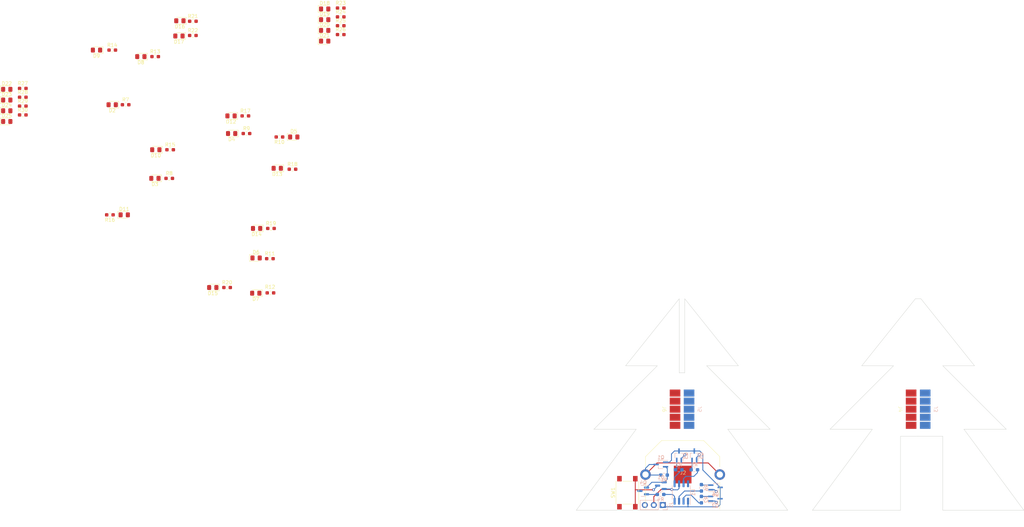
<source format=kicad_pcb>
(kicad_pcb (version 20221018) (generator pcbnew)
  (layers (0 "F.Cu" signal) (31 "B.Cu" signal) (34 "B.Paste" user) (35 "F.Paste" user) (36 "B.SilkS" user "B.Silkscreen") (37 "F.SilkS" user "F.Silkscreen") (38 "B.Mask" user) (39 "F.Mask" user) (44 "Edge.Cuts" user))
  (net 0 "")
  (net 1 "Net-(Q1-G)")
  (net 2 "/Switch_in")
  (net 3 "Net-(D1-K)")
  (net 4 "Net-(D2-K)")
  (net 5 "/LED_Power_1")
  (net 6 "Net-(D3-K)")
  (net 7 "/LED_Power_3")
  (net 8 "Net-(D4-K)")
  (net 9 "Net-(D5-K)")
  (net 10 "Net-(D6-K)")
  (net 11 "Net-(D7-K)")
  (net 12 "Net-(D8-K)")
  (net 13 "Net-(D9-K)")
  (net 14 "Net-(D10-K)")
  (net 15 "/LED_Power_2")
  (net 16 "Net-(D11-K)")
  (net 17 "/LED_Power_4")
  (net 18 "Net-(D12-K)")
  (net 19 "Net-(D13-K)")
  (net 20 "Net-(D14-K)")
  (net 21 "Net-(D15-K)")
  (net 22 "Net-(D16-K)")
  (net 23 "Net-(D17-K)")
  (net 24 "VDD")
  (net 25 "GND")
  (net 26 "+BATT")
  (net 27 "Net-(Q2-G)")
  (net 28 "Net-(Q3-G)")
  (net 29 "Net-(Q4-B)")
  (net 30 "Net-(Q5-G)")
  (net 31 "Net-(Q6-G)")
  (net 32 "/LED_Set_3")
  (net 33 "/LED_Set_1")
  (net 34 "/Power_sustain")
  (net 35 "/LED_Set_2")
  (net 36 "/LED_Set_4")
  (net 37 "Net-(D18-K)")
  (net 38 "Net-(D19-K)")
  (net 39 "Net-(D20-K)")
  (net 40 "Net-(D21-K)")
  (net 41 "Net-(D22-K)")
  (net 42 "Net-(D23-K)")
  (net 43 "Net-(D24-K)")
  (net 44 "Net-(D25-K)")
  (footprint "Resistor_SMD:R_0603_1608Metric_Pad0.98x0.95mm_HandSolder" (layer "F.Cu") (at -78.64 -2.575)
    (fp_text reference "R14" (at 0 -1.43) (layer "F.SilkS"))
    (fp_text value "100")
    (pad "1" smd roundrect (at -0.9125 0) (size 0.975 0.95) (layers "F.Cu" "F.Paste" "F.Mask") (net 13 "Net-(D9-K)"))
    (pad "2" smd roundrect (at 0.9125 0) (size 0.975 0.95) (layers "F.Cu" "F.Paste" "F.Mask") (net 25 "GND"))
  )
  (footprint "LED_SMD:LED_0805_2012Metric_Pad1.15x1.40mm_HandSolder" (layer "F.Cu") (at -18.375 -11.2)
    (fp_text reference "D19" (at 0 -1.65) (layer "F.SilkS"))
    (fp_text value "LED")
    (pad "1" smd roundrect (at -1.025 0) (size 1.15 1.4) (layers "F.Cu" "F.Paste" "F.Mask") (roundrect_rratio 0.217391) (net 38 "Net-(D19-K)"))
    (pad "2" smd roundrect (at 1.025 0) (size 1.15 1.4) (layers "F.Cu" "F.Paste" "F.Mask") (roundrect_rratio 0.217391) (net 15 "/LED_Power_2"))
  )
  (footprint "LED_SMD:LED_0805_2012Metric_Pad1.15x1.40mm_HandSolder" (layer "F.Cu") (at -37.6925 48.025 180)
    (fp_text reference "D14" (at 0 -1.65) (layer "F.SilkS"))
    (fp_text value "LED")
    (pad "1" smd roundrect (at -1.025 0 180) (size 1.15 1.4) (layers "F.Cu" "F.Paste" "F.Mask") (roundrect_rratio 0.217391) (net 20 "Net-(D14-K)"))
    (pad "2" smd roundrect (at 1.025 0 180) (size 1.15 1.4) (layers "F.Cu" "F.Paste" "F.Mask") (roundrect_rratio 0.217391) (net 15 "/LED_Power_2"))
  )
  (footprint "Resistor_SMD:R_0603_1608Metric_Pad0.98x0.95mm_HandSolder" (layer "F.Cu") (at -33.9205 56.601)
    (fp_text reference "R11" (at 0 -1.43) (layer "F.SilkS"))
    (fp_text value "100")
    (pad "1" smd roundrect (at -0.9125 0) (size 0.975 0.95) (layers "F.Cu" "F.Paste" "F.Mask") (net 10 "Net-(D6-K)"))
    (pad "2" smd roundrect (at 0.9125 0) (size 0.975 0.95) (layers "F.Cu" "F.Paste" "F.Mask") (net 25 "GND"))
  )
  (footprint "Resistor_SMD:R_0603_1608Metric_Pad0.98x0.95mm_HandSolder" (layer "F.Cu") (at -13.83 -9.485)
    (fp_text reference "R25" (at 0 -1.43) (layer "F.SilkS"))
    (fp_text value "100")
    (pad "1" smd roundrect (at -0.9125 0) (size 0.975 0.95) (layers "F.Cu" "F.Paste" "F.Mask") (net 39 "Net-(D20-K)"))
    (pad "2" smd roundrect (at 0.9125 0) (size 0.975 0.95) (layers "F.Cu" "F.Paste" "F.Mask") (net 25 "GND"))
  )
  (footprint "LED_SMD:LED_0805_2012Metric_Pad1.15x1.40mm_HandSolder" (layer "F.Cu") (at -50.1295 64.789 180)
    (fp_text reference "D15" (at 0 -1.65) (layer "F.SilkS"))
    (fp_text value "LED")
    (pad "1" smd roundrect (at -1.025 0 180) (size 1.15 1.4) (layers "F.Cu" "F.Paste" "F.Mask") (roundrect_rratio 0.217391) (net 21 "Net-(D15-K)"))
    (pad "2" smd roundrect (at 1.025 0 180) (size 1.15 1.4) (layers "F.Cu" "F.Paste" "F.Mask") (roundrect_rratio 0.217391) (net 17 "/LED_Power_4"))
  )
  (footprint "LED_SMD:LED_0805_2012Metric_Pad1.15x1.40mm_HandSolder" (layer "F.Cu") (at -18.375 -5.12)
    (fp_text reference "D21" (at 0 -1.65) (layer "F.SilkS"))
    (fp_text value "LED")
    (pad "1" smd roundrect (at -1.025 0) (size 1.15 1.4) (layers "F.Cu" "F.Paste" "F.Mask") (roundrect_rratio 0.217391) (net 40 "Net-(D21-K)"))
    (pad "2" smd roundrect (at 1.025 0) (size 1.15 1.4) (layers "F.Cu" "F.Paste" "F.Mask") (roundrect_rratio 0.217391) (net 7 "/LED_Power_3"))
  )
  (footprint "LED_SMD:LED_0805_2012Metric_Pad1.15x1.40mm_HandSolder" (layer "F.Cu") (at -59.726 -6.571 180)
    (fp_text reference "D17" (at 0 -1.65) (layer "F.SilkS"))
    (fp_text value "LED")
    (pad "1" smd roundrect (at -1.025 0 180) (size 1.15 1.4) (layers "F.Cu" "F.Paste" "F.Mask") (roundrect_rratio 0.217391) (net 23 "Net-(D17-K)"))
    (pad "2" smd roundrect (at 1.025 0 180) (size 1.15 1.4) (layers "F.Cu" "F.Paste" "F.Mask") (roundrect_rratio 0.217391) (net 17 "/LED_Power_4"))
  )
  (footprint "Resistor_SMD:R_0603_1608Metric_Pad0.98x0.95mm_HandSolder" (layer "F.Cu") (at -62.4785 33.825)
    (fp_text reference "R8" (at 0 -1.43) (layer "F.SilkS"))
    (fp_text value "100")
    (pad "1" smd roundrect (at -0.9125 0) (size 0.975 0.95) (layers "F.Cu" "F.Paste" "F.Mask") (net 6 "Net-(D3-K)"))
    (pad "2" smd roundrect (at 0.9125 0) (size 0.975 0.95) (layers "F.Cu" "F.Paste" "F.Mask") (net 25 "GND"))
  )
  (footprint "Resistor_SMD:R_0603_1608Metric_Pad0.98x0.95mm_HandSolder" (layer "F.Cu") (at -13.83 -6.975)
    (fp_text reference "R26" (at 0 -1.43) (layer "F.SilkS"))
    (fp_text value "100")
    (pad "1" smd roundrect (at -0.9125 0) (size 0.975 0.95) (layers "F.Cu" "F.Paste" "F.Mask") (net 40 "Net-(D21-K)"))
    (pad "2" smd roundrect (at 0.9125 0) (size 0.975 0.95) (layers "F.Cu" "F.Paste" "F.Mask") (net 25 "GND"))
  )
  (footprint "LED_SMD:LED_0805_2012Metric_Pad1.15x1.40mm_HandSolder" (layer "F.Cu") (at -44.773 21.101 180)
    (fp_text reference "D4" (at 0 -1.65) (layer "F.SilkS"))
    (fp_text value "LED")
    (pad "1" smd roundrect (at -1.025 0 180) (size 1.15 1.4) (layers "F.Cu" "F.Paste" "F.Mask") (roundrect_rratio 0.217391) (net 8 "Net-(D4-K)"))
    (pad "2" smd roundrect (at 1.025 0 180) (size 1.15 1.4) (layers "F.Cu" "F.Paste" "F.Mask") (roundrect_rratio 0.217391) (net 5 "/LED_Power_1"))
  )
  (footprint "Resistor_SMD:R_0603_1608Metric_Pad0.98x0.95mm_HandSolder" (layer "F.Cu") (at -104.03 8.295)
    (fp_text reference "R27" (at 0 -1.43) (layer "F.SilkS"))
    (fp_text value "100")
    (pad "1" smd roundrect (at -0.9125 0) (size 0.975 0.95) (layers "F.Cu" "F.Paste" "F.Mask") (net 41 "Net-(D22-K)"))
    (pad "2" smd roundrect (at 0.9125 0) (size 0.975 0.95) (layers "F.Cu" "F.Paste" "F.Mask") (net 25 "GND"))
  )
  (footprint "Resistor_SMD:R_0603_1608Metric_Pad0.98x0.95mm_HandSolder" (layer "F.Cu") (at -33.6195 48.025)
    (fp_text reference "R19" (at 0 -1.43) (layer "F.SilkS"))
    (fp_text value "100")
    (pad "1" smd roundrect (at -0.9125 0) (size 0.975 0.95) (layers "F.Cu" "F.Paste" "F.Mask") (net 20 "Net-(D14-K)"))
    (pad "2" smd roundrect (at 0.9125 0) (size 0.975 0.95) (layers "F.Cu" "F.Paste" "F.Mask") (net 25 "GND"))
  )
  (footprint "Resistor_SMD:R_0603_1608Metric_Pad0.98x0.95mm_HandSolder" (layer "F.Cu") (at -79.313 44.171 180)
    (fp_text reference "R16" (at 0 -1.43) (layer "F.SilkS"))
    (fp_text value "100")
    (pad "1" smd roundrect (at -0.9125 0 180) (size 0.975 0.95) (layers "F.Cu" "F.Paste" "F.Mask") (net 16 "Net-(D11-K)"))
    (pad "2" smd roundrect (at 0.9125 0 180) (size 0.975 0.95) (layers "F.Cu" "F.Paste" "F.Mask") (net 25 "GND"))
  )
  (footprint "LED_SMD:LED_0805_2012Metric_Pad1.15x1.40mm_HandSolder" (layer "F.Cu") (at -108.575 11.6)
    (fp_text reference "D23" (at 0 -1.65) (layer "F.SilkS"))
    (fp_text value "LED")
    (pad "1" smd roundrect (at -1.025 0) (size 1.15 1.4) (layers "F.Cu" "F.Paste" "F.Mask") (roundrect_rratio 0.217391) (net 42 "Net-(D23-K)"))
    (pad "2" smd roundrect (at 1.025 0) (size 1.15 1.4) (layers "F.Cu" "F.Paste" "F.Mask") (roundrect_rratio 0.217391) (net 7 "/LED_Power_3"))
  )
  (footprint "LED_SMD:LED_0805_2012Metric_Pad1.15x1.40mm_HandSolder" (layer "F.Cu") (at -75.249 44.171)
    (fp_text reference "D11" (at 0 -1.65) (layer "F.SilkS"))
    (fp_text value "LED")
    (pad "1" smd roundrect (at -1.025 0) (size 1.15 1.4) (layers "F.Cu" "F.Paste" "F.Mask") (roundrect_rratio 0.217391) (net 16 "Net-(D11-K)"))
    (pad "2" smd roundrect (at 1.025 0) (size 1.15 1.4) (layers "F.Cu" "F.Paste" "F.Mask") (roundrect_rratio 0.217391) (net 17 "/LED_Power_4"))
  )
  (footprint "LED_SMD:LED_0805_2012Metric_Pad1.15x1.40mm_HandSolder" (layer "F.Cu") (at -37.834 56.407)
    (fp_text reference "D6" (at 0 -1.65) (layer "F.SilkS"))
    (fp_text value "LED")
    (pad "1" smd roundrect (at -1.025 0) (size 1.15 1.4) (layers "F.Cu" "F.Paste" "F.Mask") (roundrect_rratio 0.217391) (net 10 "Net-(D6-K)"))
    (pad "2" smd roundrect (at 1.025 0) (size 1.15 1.4) (layers "F.Cu" "F.Paste" "F.Mask") (roundrect_rratio 0.217391) (net 5 "/LED_Power_1"))
  )
  (footprint "LED_SMD:LED_0805_2012Metric_Pad1.15x1.40mm_HandSolder" (layer "F.Cu") (at -66.5425 33.825 180)
    (fp_text reference "D3" (at 0 -1.65) (layer "F.SilkS"))
    (fp_text value "LED")
    (pad "1" smd roundrect (at -1.025 0 180) (size 1.15 1.4) (layers "F.Cu" "F.Paste" "F.Mask") (roundrect_rratio 0.217391) (net 6 "Net-(D3-K)"))
    (pad "2" smd roundrect (at 1.025 0 180) (size 1.15 1.4) (layers "F.Cu" "F.Paste" "F.Mask") (roundrect_rratio 0.217391) (net 7 "/LED_Power_3"))
  )
  (footprint "LED_SMD:LED_0805_2012Metric_Pad1.15x1.40mm_HandSolder" (layer "F.Cu") (at -66.2885 25.697 180)
    (fp_text reference "D10" (at 0 -1.65) (layer "F.SilkS"))
    (fp_text value "LED")
    (pad "1" smd roundrect (at -1.025 0 180) (size 1.15 1.4) (layers "F.Cu" "F.Paste" "F.Mask") (roundrect_rratio 0.217391) (net 14 "Net-(D10-K)"))
    (pad "2" smd roundrect (at 1.025 0 180) (size 1.15 1.4) (layers "F.Cu" "F.Paste" "F.Mask") (roundrect_rratio 0.217391) (net 15 "/LED_Power_2"))
  )
  (footprint "LocalFootprintLib:Multi_board_connector" (layer "F.Cu") (at 81.28 99.314 -90)
    (fp_text reference "J6" (at 0 3.302 -90 unlocked) (layer "F.SilkS") (effects (font (thickness 0.1))))
    (fp_text value "Conn_01x05_Pin")
    (pad "1" smd rect (at -4.572 0.254 180) (size 3 2) (layers "F.Cu" "F.Paste" "F.Mask") (net 5 "/LED_Power_1"))
    (pad "2" smd rect (at -2.286 0.254 180) (size 3 2) (layers "F.Cu" "F.Paste" "F.Mask") (net 15 "/LED_Power_2"))
    (pad "3" smd rect (at 0 0.254 180) (size 3 2) (layers "F.Cu" "F.Paste" "F.Mask") (net 7 "/LED_Power_3"))
    (pad "4" smd rect (at 2.286 0.254 180) (size 3 2) (layers "F.Cu" "F.Paste" "F.Mask") (net 17 "/LED_Power_4"))
    (pad "5" smd rect (at 4.572 0.254 180) (size 3 2) (layers "F.Cu" "F.Paste" "F.Mask") (net 25 "GND"))
  )
  (footprint "Resistor_SMD:R_0603_1608Metric_Pad0.98x0.95mm_HandSolder" (layer "F.Cu") (at -104.03 13.315)
    (fp_text reference "R29" (at 0 -1.43) (layer "F.SilkS"))
    (fp_text value "100")
    (pad "1" smd roundrect (at -0.9125 0) (size 0.975 0.95) (layers "F.Cu" "F.Paste" "F.Mask") (net 43 "Net-(D24-K)"))
    (pad "2" smd roundrect (at 0.9125 0) (size 0.975 0.95) (layers "F.Cu" "F.Paste" "F.Mask") (net 25 "GND"))
  )
  (footprint "Resistor_SMD:R_0603_1608Metric_Pad0.98x0.95mm_HandSolder" (layer "F.Cu") (at -46.0655 64.789)
    (fp_text reference "R20" (at 0 -1.43) (layer "F.SilkS"))
    (fp_text value "100")
    (pad "1" smd roundrect (at -0.9125 0) (size 0.975 0.95) (layers "F.Cu" "F.Paste" "F.Mask") (net 21 "Net-(D15-K)"))
    (pad "2" smd roundrect (at 0.9125 0) (size 0.975 0.95) (layers "F.Cu" "F.Paste" "F.Mask") (net 25 "GND"))
  )
  (footprint "Resistor_SMD:R_0603_1608Metric_Pad0.98x0.95mm_HandSolder" (layer "F.Cu") (at -13.83 -11.995)
    (fp_text reference "R24" (at 0 -1.43) (layer "F.SilkS"))
    (fp_text value "100")
    (pad "1" smd roundrect (at -0.9125 0) (size 0.975 0.95) (layers "F.Cu" "F.Paste" "F.Mask") (net 38 "Net-(D19-K)"))
    (pad "2" smd roundrect (at 0.9125 0) (size 0.975 0.95) (layers "F.Cu" "F.Paste" "F.Mask") (net 25 "GND"))
  )
  (footprint "Resistor_SMD:R_0603_1608Metric_Pad0.98x0.95mm_HandSolder" (layer "F.Cu") (at -33.77 66.313)
    (fp_text reference "R12" (at -0.1035 -1.688) (layer "F.SilkS"))
    (fp_text value "100")
    (pad "1" smd roundrect (at -0.9125 0) (size 0.975 0.95) (layers "F.Cu" "F.Paste" "F.Mask") (net 11 "Net-(D7-K)"))
    (pad "2" smd roundrect (at 0.9125 0) (size 0.975 0.95) (layers "F.Cu" "F.Paste" "F.Mask") (net 25 "GND"))
  )
  (footprint "LED_SMD:LED_0805_2012Metric_Pad1.15x1.40mm_HandSolder" (layer "F.Cu") (at -27.151 22.081)
    (fp_text reference "D5" (at 0 -1.65) (layer "F.SilkS"))
    (fp_text value "LED")
    (pad "1" smd roundrect (at -1.025 0) (size 1.15 1.4) (layers "F.Cu" "F.Paste" "F.Mask") (roundrect_rratio 0.217391) (net 9 "Net-(D5-K)"))
    (pad "2" smd roundrect (at 1.025 0) (size 1.15 1.4) (layers "F.Cu" "F.Paste" "F.Mask") (roundrect_rratio 0.217391) (net 7 "/LED_Power_3"))
  )
  (footprint "LED_SMD:LED_0805_2012Metric_Pad1.15x1.40mm_HandSolder" (layer "F.Cu") (at -108.575 14.64)
    (fp_text reference "D24" (at 0 -1.65) (layer "F.SilkS"))
    (fp_text value "LED")
    (pad "1" smd roundrect (at -1.025 0) (size 1.15 1.4) (layers "F.Cu" "F.Paste" "F.Mask") (roundrect_rratio 0.217391) (net 43 "Net-(D24-K)"))
    (pad "2" smd roundrect (at 1.025 0) (size 1.15 1.4) (layers "F.Cu" "F.Paste" "F.Mask") (roundrect_rratio 0.217391) (net 17 "/LED_Power_4"))
  )
  (footprint "LED_SMD:LED_0805_2012Metric_Pad1.15x1.40mm_HandSolder" (layer "F.Cu") (at -83.1175 -2.575 180)
    (fp_text reference "D9" (at 0 -1.65) (layer "F.SilkS"))
    (fp_text value "LED")
    (pad "1" smd roundrect (at -1.025 0 180) (size 1.15 1.4) (layers "F.Cu" "F.Paste" "F.Mask") (roundrect_rratio 0.217391) (net 13 "Net-(D9-K)"))
    (pad "2" smd roundrect (at 1.025 0 180) (size 1.15 1.4) (layers "F.Cu" "F.Paste" "F.Mask") (roundrect_rratio 0.217391) (net 7 "/LED_Power_3"))
  )
  (footprint "Resistor_SMD:R_0603_1608Metric_Pad0.98x0.95mm_HandSolder" (layer "F.Cu") (at -31.215 22.081 180)
    (fp_text reference "R10" (at 0 -1.43) (layer "F.SilkS"))
    (fp_text value "100")
    (pad "1" smd roundrect (at -0.9125 0 180) (size 0.975 0.95) (layers "F.Cu" "F.Paste" "F.Mask") (net 9 "Net-(D5-K)"))
    (pad "2" smd roundrect (at 0.9125 0 180) (size 0.975 0.95) (layers "F.Cu" "F.Paste" "F.Mask") (net 25 "GND"))
  )
  (footprint "LED_SMD:LED_0805_2012Metric_Pad1.15x1.40mm_HandSolder" (layer "F.Cu") (at -31.8355 30.971 180)
    (fp_text reference "D13" (at 0 -1.65) (layer "F.SilkS"))
    (fp_text value "LED")
    (pad "1" smd roundrect (at -1.025 0 180) (size 1.15 1.4) (layers "F.Cu" "F.Paste" "F.Mask") (roundrect_rratio 0.217391) (net 19 "Net-(D13-K)"))
    (pad "2" smd roundrect (at 1.025 0 180) (size 1.15 1.4) (layers "F.Cu" "F.Paste" "F.Mask") (roundrect_rratio 0.217391) (net 17 "/LED_Power_4"))
  )
  (footprint "LED_SMD:LED_0805_2012Metric_Pad1.15x1.40mm_HandSolder" (layer "F.Cu") (at -37.9285 66.403 180)
    (fp_text reference "D7" (at 0 -1.65) (layer "F.SilkS"))
    (fp_text value "LED")
    (pad "1" smd roundrect (at -1.025 0 180) (size 1.15 1.4) (layers "F.Cu" "F.Paste" "F.Mask") (roundrect_rratio 0.217391) (net 11 "Net-(D7-K)"))
    (pad "2" smd roundrect (at 1.025 0 180) (size 1.15 1.4) (layers "F.Cu" "F.Paste" "F.Mask") (roundrect_rratio 0.217391) (net 7 "/LED_Power_3"))
  )
  (footprint "Resistor_SMD:R_0603_1608Metric_Pad0.98x0.95mm_HandSolder" (layer "F.Cu") (at -62.2245 25.697)
    (fp_text reference "R15" (at 0 -1.43) (layer "F.SilkS"))
    (fp_text value "100")
    (pad "1" smd roundrect (at -0.9125 0) (size 0.975 0.95) (layers "F.Cu" "F.Paste" "F.Mask") (net 14 "Net-(D10-K)"))
    (pad "2" smd roundrect (at 0.9125 0) (size 0.975 0.95) (layers "F.Cu" "F.Paste" "F.Mask") (net 25 "GND"))
  )
  (footprint "Resistor_SMD:R_0603_1608Metric_Pad0.98x0.95mm_HandSolder" (layer "F.Cu") (at -27.5175 31.225)
    (fp_text reference "R18" (at 0 -1.43) (layer "F.SilkS"))
    (fp_text value "100")
    (pad "1" smd roundrect (at -0.9125 0) (size 0.975 0.95) (layers "F.Cu" "F.Paste" "F.Mask") (net 19 "Net-(D13-K)"))
    (pad "2" smd roundrect (at 0.9125 0) (size 0.975 0.95) (layers "F.Cu" "F.Paste" "F.Mask") (net 25 "GND"))
  )
  (footprint "LED_SMD:LED_0805_2012Metric_Pad1.15x1.40mm_HandSolder" (layer "F.Cu") (at -70.5355 -0.729 180)
    (fp_text reference "D8" (at 0 -1.65) (layer "F.SilkS"))
    (fp_text value "LED")
    (pad "1" smd roundrect (at -1.025 0 180) (size 1.15 1.4) (layers "F.Cu" "F.Paste" "F.Mask") (roundrect_rratio 0.217391) (net 12 "Net-(D8-K)"))
    (pad "2" smd roundrect (at 1.025 0 180) (size 1.15 1.4) (layers "F.Cu" "F.Paste" "F.Mask") (roundrect_rratio 0.217391) (net 5 "/LED_Power_1"))
  )
  (footprint "Resistor_SMD:R_0603_1608Metric_Pad0.98x0.95mm_HandSolder" (layer "F.Cu") (at -55.7805 -6.721)
    (fp_text reference "R22" (at 0 -1.43) (layer "F.SilkS"))
    (fp_text value "100")
    (pad "1" smd roundrect (at -0.9125 0) (size 0.975 0.95) (layers "F.Cu" "F.Paste" "F.Mask") (net 23 "Net-(D17-K)"))
    (pad "2" smd roundrect (at 0.9125 0) (size 0.975 0.95) (layers "F.Cu" "F.Paste" "F.Mask") (net 25 "GND"))
  )
  (footprint "LED_SMD:LED_0805_2012Metric_Pad1.15x1.40mm_HandSolder" (layer "F.Cu") (at -59.463 -10.889 180)
    (fp_text reference "D16" (at 0 -1.65) (layer "F.SilkS"))
    (fp_text value "LED")
    (pad "1" smd roundrect (at -1.025 0 180) (size 1.15 1.4) (layers "F.Cu" "F.Paste" "F.Mask") (roundrect_rratio 0.217391) (net 22 "Net-(D16-K)"))
    (pad "2" smd roundrect (at 1.025 0 180) (size 1.15 1.4) (layers "F.Cu" "F.Paste" "F.Mask") (roundrect_rratio 0.217391) (net 15 "/LED_Power_2"))
  )
  (footprint "LED_SMD:LED_0805_2012Metric_Pad1.15x1.40mm_HandSolder" (layer "F.Cu") (at -44.948 16.101 180)
    (fp_text reference "D12" (at 0 -1.65) (layer "F.SilkS"))
    (fp_text value "LED")
    (pad "1" smd roundrect (at -1.025 0 180) (size 1.15 1.4) (layers "F.Cu" "F.Paste" "F.Mask") (roundrect_rratio 0.217391) (net 18 "Net-(D12-K)"))
    (pad "2" smd roundrect (at 1.025 0 180) (size 1.15 1.4) (layers "F.Cu" "F.Paste" "F.Mask") (roundrect_rratio 0.217391) (net 15 "/LED_Power_2"))
  )
  (footprint "Resistor_SMD:R_0603_1608Metric_Pad0.98x0.95mm_HandSolder" (layer "F.Cu") (at -66.4715 -0.729)
    (fp_text reference "R13" (at 0 -1.43) (layer "F.SilkS"))
    (fp_text value "100")
    (pad "1" smd roundrect (at -0.9125 0) (size 0.975 0.95) (layers "F.Cu" "F.Paste" "F.Mask") (net 12 "Net-(D8-K)"))
    (pad "2" smd roundrect (at 0.9125 0) (size 0.975 0.95) (layers "F.Cu" "F.Paste" "F.Mask") (net 25 "GND"))
  )
  (footprint "Resistor_SMD:R_0603_1608Metric_Pad0.98x0.95mm_HandSolder" (layer "F.Cu") (at -74.8535 12.929)
    (fp_text reference "R7" (at 0 -1.43) (layer "F.SilkS"))
    (fp_text value "100")
    (pad "1" smd roundrect (at -0.9125 0) (size 0.975 0.95) (layers "F.Cu" "F.Paste" "F.Mask") (net 4 "Net-(D2-K)"))
    (pad "2" smd roundrect (at 0.9125 0) (size 0.975 0.95) (layers "F.Cu" "F.Paste" "F.Mask") (net 25 "GND"))
  )
  (footprint "LED_SMD:LED_0805_2012Metric_Pad1.15x1.40mm_HandSolder" (layer "F.Cu") (at -18.375 -14.24)
    (fp_text reference "D18" (at 0 -1.65) (layer "F.SilkS"))
    (fp_text value "LED")
    (pad "1" smd roundrect (at -1.025 0) (size 1.15 1.4) (layers "F.Cu" "F.Paste" "F.Mask") (roundrect_rratio 0.217391) (net 37 "Net-(D18-K)"))
    (pad "2" smd roundrect (at 1.025 0) (size 1.15 1.4) (layers "F.Cu" "F.Paste" "F.Mask") (roundrect_rratio 0.217391) (net 5 "/LED_Power_1"))
  )
  (footprint "Resistor_SMD:R_0603_1608Metric_Pad0.98x0.95mm_HandSolder" (layer "F.Cu") (at -40.5675 21.101)
    (fp_text reference "R9" (at 0 -1.43) (layer "F.SilkS"))
    (fp_text value "100")
    (pad "1" smd roundrect (at -0.9125 0) (size 0.975 0.95) (layers "F.Cu" "F.Paste" "F.Mask") (net 8 "Net-(D4-K)"))
    (pad "2" smd roundrect (at 0.9125 0) (size 0.975 0.95) (layers "F.Cu" "F.Paste" "F.Mask") (net 25 "GND"))
  )
  (footprint "LED_SMD:LED_0805_2012Metric_Pad1.15x1.40mm_HandSolder" (layer "F.Cu") (at -18.375 -8.16)
    (fp_text reference "D20" (at 0 -1.65) (layer "F.SilkS"))
    (fp_text value "LED")
    (pad "1" smd roundrect (at -1.025 0) (size 1.15 1.4) (layers "F.Cu" "F.Paste" "F.Mask") (roundrect_rratio 0.217391) (net 39 "Net-(D20-K)"))
    (pad "2" smd roundrect (at 1.025 0) (size 1.15 1.4) (layers "F.Cu" "F.Paste" "F.Mask") (roundrect_rratio 0.217391) (net 17 "/LED_Power_4"))
  )
  (footprint "LocalFootprintLib:BC-2002" (layer "F.Cu") (at 83.185 117.856)
    (fp_text reference "J2" (at 0.127 -0.5 unlocked) (layer "F.SilkS") (effects (font (thickness 0.1))))
    (fp_text value "CR2032")
    (pad "1" thru_hole circle (at -10.541 0 90) (size 3 3) (drill 1.8) (layers "*.Cu" "*.Mask") (net 26 "+BATT"))
    (pad "1" thru_hole circle (at 10.541 0 90) (size 3 3) (drill 1.8) (layers "*.Cu" "*.Mask") (net 26 "+BATT"))
    (pad "2" smd rect (at 0 0) (size 5 5) (layers "F.Cu" "F.Paste" "F.Mask") (net 25 "GND"))
  )
  (footprint "LED_SMD:LED_0805_2012Metric_Pad1.15x1.40mm_HandSolder" (layer "F.Cu") (at -78.6635 12.929 180)
    (fp_text reference "D2" (at 0 -1.65) (layer "F.SilkS"))
    (fp_text value "LED")
    (pad "1" smd roundrect (at -1.025 0 180) (size 1.15 1.4) (layers "F.Cu" "F.Paste" "F.Mask") (roundrect_rratio 0.217391) (net 4 "Net-(D2-K)"))
    (pad "2" smd roundrect (at 1.025 0 180) (size 1.15 1.4) (layers "F.Cu" "F.Paste" "F.Mask") (roundrect_rratio 0.217391) (net 5 "/LED_Power_1"))
  )
  (footprint "Resistor_SMD:R_0603_1608Metric_Pad0.98x0.95mm_HandSolder" (layer "F.Cu") (at -104.03 10.805)
    (fp_text reference "R28" (at 0 -1.43) (layer "F.SilkS"))
    (fp_text value "100")
    (pad "1" smd roundrect (at -0.9125 0) (size 0.975 0.95) (layers "F.Cu" "F.Paste" "F.Mask") (net 42 "Net-(D23-K)"))
    (pad "2" smd roundrect (at 0.9125 0) (size 0.975 0.95) (layers "F.Cu" "F.Paste" "F.Mask") (net 25 "GND"))
  )
  (footprint "LED_SMD:LED_0805_2012Metric_Pad1.15x1.40mm_HandSolder" (layer "F.Cu") (at -108.575 8.56)
    (fp_text reference "D22" (at 0 -1.65) (layer "F.SilkS"))
    (fp_text value "LED")
    (pad "1" smd roundrect (at -1.025 0) (size 1.15 1.4) (layers "F.Cu" "F.Paste" "F.Mask") (roundrect_rratio 0.217391) (net 41 "Net-(D22-K)"))
    (pad "2" smd roundrect (at 1.025 0) (size 1.15 1.4) (layers "F.Cu" "F.Paste" "F.Mask") (roundrect_rratio 0.217391) (net 5 "/LED_Power_1"))
  )
  (footprint "Resistor_SMD:R_0603_1608Metric_Pad0.98x0.95mm_HandSolder" (layer "F.Cu") (at -104.03 15.825)
    (fp_text reference "R30" (at 0 -1.43) (layer "F.SilkS"))
    (fp_text value "100")
    (pad "1" smd roundrect (at -0.9125 0) (size 0.975 0.95) (layers "F.Cu" "F.Paste" "F.Mask") (net 44 "Net-(D25-K)"))
    (pad "2" smd roundrect (at 0.9125 0) (size 0.975 0.95) (layers "F.Cu" "F.Paste" "F.Mask") (net 25 "GND"))
  )
  (footprint "Resistor_SMD:R_0603_1608Metric_Pad0.98x0.95mm_HandSolder" (layer "F.Cu") (at -40.884 16.101)
    (fp_text reference "R17" (at 0 -1.43) (layer "F.SilkS"))
    (fp_text value "100")
    (pad "1" smd roundrect (at -0.9125 0) (size 0.975 0.95) (layers "F.Cu" "F.Paste" "F.Mask") (net 18 "Net-(D12-K)"))
    (pad "2" smd roundrect (at 0.9125 0) (size 0.975 0.95) (layers "F.Cu" "F.Paste" "F.Mask") (net 25 "GND"))
  )
  (footprint "LocalFootprintLib:Multi_board_connector" (layer "F.Cu") (at 148.254 99.314 -90)
    (fp_text reference "J4" (at 0 3.302 -90 unlocked) (layer "F.SilkS") (effects (font (thickness 0.1))))
    (fp_text value "Conn_01x05_Pin")
    (pad "1" smd rect (at -4.572 0.254 180) (size 3 2) (layers "F.Cu" "F.Paste" "F.Mask") (net 5 "/LED_Power_1"))
    (pad "2" smd rect (at -2.286 0.254 180) (size 3 2) (layers "F.Cu" "F.Paste" "F.Mask") (net 15 "/LED_Power_2"))
    (pad "3" smd rect (at 0 0.254 180) (size 3 2) (layers "F.Cu" "F.Paste" "F.Mask") (net 7 "/LED_Power_3"))
    (pad "4" smd rect (at 2.286 0.254 180) (size 3 2) (layers "F.Cu" "F.Paste" "F.Mask") (net 17 "/LED_Power_4"))
    (pad "5" smd rect (at 4.572 0.254 180) (size 3 2) (layers "F.Cu" "F.Paste" "F.Mask") (net 25 "GND"))
  )
  (footprint "Button_Switch_SMD:SW_Push_1P1T_NO_6x6mm_H9.5mm" (layer "F.Cu") (at 67.5 123 90)
    (fp_text reference "SW1" (at 0 -4.05 90) (layer "F.SilkS"))
    (fp_text value "SW_Omron_B3FS")
    (pad "1" smd rect (at -3.975 -2.25 90) (size 1.55 1.3) (layers "F.Cu" "F.Paste" "F.Mask") (net 25 "GND"))
    (pad "1" smd rect (at 3.975 -2.25 90) (size 1.55 1.3) (layers "F.Cu" "F.Paste" "F.Mask") (net 25 "GND"))
    (pad "2" smd rect (at -3.975 2.25 90) (size 1.55 1.3) (layers "F.Cu" "F.Paste" "F.Mask") (net 3 "Net-(D1-K)"))
    (pad "2" smd rect (at 3.975 2.25 90) (size 1.55 1.3) (layers "F.Cu" "F.Paste" "F.Mask") (net 3 "Net-(D1-K)"))
  )
  (footprint "Resistor_SMD:R_0603_1608Metric_Pad0.98x0.95mm_HandSolder" (layer "F.Cu") (at -13.83 -14.505)
    (fp_text reference "R23" (at 0 -1.43) (layer "F.SilkS"))
    (fp_text value "100")
    (pad "1" smd roundrect (at -0.9125 0) (size 0.975 0.95) (layers "F.Cu" "F.Paste" "F.Mask") (net 37 "Net-(D18-K)"))
    (pad "2" smd roundrect (at 0.9125 0) (size 0.975 0.95) (layers "F.Cu" "F.Paste" "F.Mask") (net 25 "GND"))
  )
  (footprint "LED_SMD:LED_0805_2012Metric_Pad1.15x1.40mm_HandSolder" (layer "F.Cu") (at -108.575 17.68)
    (fp_text reference "D25" (at 0 -1.65) (layer "F.SilkS"))
    (fp_text value "LED")
    (pad "1" smd roundrect (at -1.025 0) (size 1.15 1.4) (layers "F.Cu" "F.Paste" "F.Mask") (roundrect_rratio 0.217391) (net 44 "Net-(D25-K)"))
    (pad "2" smd roundrect (at 1.025 0) (size 1.15 1.4) (layers "F.Cu" "F.Paste" "F.Mask") (roundrect_rratio 0.217391) (net 15 "/LED_Power_2"))
  )
  (footprint "Resistor_SMD:R_0603_1608Metric_Pad0.98x0.95mm_HandSolder" (layer "F.Cu") (at -55.7715 -10.755)
    (fp_text reference "R21" (at 0 -1.43) (layer "F.SilkS"))
    (fp_text value "100")
    (pad "1" smd roundrect (at -0.9125 0) (size 0.975 0.95) (layers "F.Cu" "F.Paste" "F.Mask") (net 22 "Net-(D16-K)"))
    (pad "2" smd roundrect (at 0.9125 0) (size 0.975 0.95) (layers "F.Cu" "F.Paste" "F.Mask") (net 25 "GND"))
  )
  (footprint "Resistor_SMD:R_0603_1608Metric_Pad0.98x0.95mm_HandSolder" (layer "B.Cu") (at 76.9125 123.5)
    (fp_text reference "R4" (at 0 1.43) (layer "B.SilkS") (effects (justify mirror)))
    (fp_text value "10k")
    (pad "1" smd roundrect (at -0.9125 0) (size 0.975 0.95) (layers "B.Cu" "B.Paste" "B.Mask") (net 29 "Net-(Q4-B)"))
    (pad "2" smd roundrect (at 0.9125 0) (size 0.975 0.95) (layers "B.Cu" "B.Paste" "B.Mask") (net 34 "/Power_sustain"))
  )
  (footprint "Package_TO_SOT_SMD:SOT-323_SC-70_Handsoldering" (layer "B.Cu") (at 86.5 112.5 90)
    (fp_text reference "Q5" (at 0 2 90) (layer "B.SilkS") (effects (justify mirror)))
    (fp_text value "PMOS")
    (pad "1" smd rect (at -1.33 0.65 180) (size 0.45 1.5) (layers "B.Cu" "B.Paste" "B.Mask") (net 15 "/LED_Power_2"))
    (pad "2" smd rect (at -1.33 -0.65 180) (size 0.45 1.5) (layers "B.Cu" "B.Paste" "B.Mask") (net 30 "Net-(Q5-G)"))
    (pad "3" smd rect (at 1.33 0 180) (size 0.45 1.5) (layers "B.Cu" "B.Paste" "B.Mask") (net 24 "VDD"))
  )
  (footprint "Resistor_SMD:R_0603_1608Metric_Pad0.98x0.95mm_HandSolder" (layer "B.Cu") (at 82.074 116.5 180)
    (fp_text reference "R3" (at 0 1.43) (layer "B.SilkS") (effects (justify mirror)))
    (fp_text value "1k")
    (pad "1" smd roundrect (at -0.9125 0 180) (size 0.975 0.95) (layers "B.Cu" "B.Paste" "B.Mask") (net 33 "/LED_Set_1"))
    (pad "2" smd roundrect (at 0.9125 0 180) (size 0.975 0.95) (layers "B.Cu" "B.Paste" "B.Mask") (net 28 "Net-(Q3-G)"))
  )
  (footprint "Package_TO_SOT_SMD:SOT-323_SC-70_Handsoldering" (layer "B.Cu") (at 77 115 180)
    (fp_text reference "Q1" (at 0 2) (layer "B.SilkS") (effects (justify mirror)))
    (fp_text value "PMOS")
    (pad "1" smd rect (at -1.33 0.65 270) (size 0.45 1.5) (layers "B.Cu" "B.Paste" "B.Mask") (net 24 "VDD"))
    (pad "2" smd rect (at -1.33 -0.65 270) (size 0.45 1.5) (layers "B.Cu" "B.Paste" "B.Mask") (net 1 "Net-(Q1-G)"))
    (pad "3" smd rect (at 1.33 0 270) (size 0.45 1.5) (layers "B.Cu" "B.Paste" "B.Mask") (net 26 "+BATT"))
  )
  (footprint "Package_TO_SOT_SMD:SOT-23" (layer "B.Cu") (at 72 122.5 180)
    (fp_text reference "Q4" (at 0 2.4) (layer "B.SilkS") (effects (justify mirror)))
    (fp_text value "NPN")
    (pad "1" smd roundrect (at -0.9375 0.95 180) (size 1.475 0.6) (layers "B.Cu" "B.Paste" "B.Mask") (net 1 "Net-(Q1-G)"))
    (pad "2" smd roundrect (at -0.9375 -0.95 180) (size 1.475 0.6) (layers "B.Cu" "B.Paste" "B.Mask") (net 29 "Net-(Q4-B)"))
    (pad "3" smd roundrect (at 0.9375 0 180) (size 1.475 0.6) (layers "B.Cu" "B.Paste" "B.Mask") (net 25 "GND"))
  )
  (footprint "Package_TO_SOT_SMD:SOT-323_SC-70_Handsoldering" (layer "B.Cu") (at 92.5 121.5)
    (fp_text reference "Q6" (at 0 2) (layer "B.SilkS") (effects (justify mirror)))
    (fp_text value "PMOS")
    (pad "1" smd rect (at -1.33 0.65 90) (size 0.45 1.5) (layers "B.Cu" "B.Paste" "B.Mask") (net 17 "/LED_Power_4"))
    (pad "2" smd rect (at -1.33 -0.65 90) (size 0.45 1.5) (layers "B.Cu" "B.Paste" "B.Mask") (net 31 "Net-(Q6-G)"))
    (pad "3" smd rect (at 1.33 0 90) (size 0.45 1.5) (layers "B.Cu" "B.Paste" "B.Mask") (net 24 "VDD"))
  )
  (footprint "Resistor_SMD:R_0603_1608Metric_Pad0.98x0.95mm_HandSolder" (layer "B.Cu") (at 77.9125 118)
    (fp_text reference "R1" (at 0 1.43) (layer "B.SilkS") (effects (justify mirror)))
    (fp_text value "100k")
    (pad "1" smd roundrect (at -0.9125 0) (size 0.975 0.95) (layers "B.Cu" "B.Paste" "B.Mask") (net 26 "+BATT"))
    (pad "2" smd roundrect (at 0.9125 0) (size 0.975 0.95) (layers "B.Cu" "B.Paste" "B.Mask") (net 1 "Net-(Q1-G)"))
  )
  (footprint "Resistor_SMD:R_0603_1608Metric_Pad0.98x0.95mm_HandSolder" (layer "B.Cu") (at 88.5 121.612 90)
    (fp_text reference "R6" (at 0 1.43 90) (layer "B.SilkS") (effects (justify mirror)))
    (fp_text value "1k")
    (pad "1" smd roundrect (at -0.9125 0 90) (size 0.975 0.95) (layers "B.Cu" "B.Paste" "B.Mask") (net 36 "/LED_Set_4"))
    (pad "2" smd roundrect (at 0.9125 0 90) (size 0.975 0.95) (layers "B.Cu" "B.Paste" "B.Mask") (net 31 "Net-(Q6-G)"))
  )
  (footprint "LocalFootprintLib:Multi_board_connector" (layer "B.Cu") (at 84.746 99.314 -90)
    (fp_text reference "J5" (at 0 -3.302 90 unlocked) (layer "B.SilkS") (effects (font (thickness 0.1)) (justify mirror)))
    (fp_text value "Conn_01x05_Pin")
    (pad "1" smd rect (at -4.572 -0.254) (size 3 2) (layers "B.Cu" "B.Paste" "B.Mask") (net 5 "/LED_Power_1"))
    (pad "2" smd rect (at -2.286 -0.254) (size 3 2) (layers "B.Cu" "B.Paste" "B.Mask") (net 15 "/LED_Power_2"))
    (pad "3" smd rect (at 0 -0.254) (size 3 2) (layers "B.Cu" "B.Paste" "B.Mask") (net 7 "/LED_Power_3"))
    (pad "4" smd rect (at 2.286 -0.254) (size 3 2) (layers "B.Cu" "B.Paste" "B.Mask") (net 17 "/LED_Power_4"))
    (pad "5" smd rect (at 4.572 -0.254) (size 3 2) (layers "B.Cu" "B.Paste" "B.Mask") (net 25 "GND"))
  )
  (footprint "Package_TO_SOT_SMD:SOT-23" (layer "B.Cu") (at 77 121 180)
    (fp_text reference "D1" (at 0 2.4) (layer "B.SilkS") (effects (justify mirror)))
    (fp_text value "D_Schottky_Dual_CommonCathode_AAK")
    (pad "1" smd roundrect (at -0.9375 0.95 180) (size 1.475 0.6) (layers "B.Cu" "B.Paste" "B.Mask") (net 1 "Net-(Q1-G)"))
    (pad "2" smd roundrect (at -0.9375 -0.95 180) (size 1.475 0.6) (layers "B.Cu" "B.Paste" "B.Mask") (net 2 "/Switch_in"))
    (pad "3" smd roundrect (at 0.9375 0 180) (size 1.475 0.6) (layers "B.Cu" "B.Paste" "B.Mask") (net 3 "Net-(D1-K)"))
  )
  (footprint "Connector_PinHeader_2.54mm:PinHeader_1x03_P2.54mm_Vertical" (layer "B.Cu") (at 77.54 126.5 90)
    (fp_text reference "J1" (at 0 2.33 -270) (layer "B.SilkS") (effects (justify mirror)))
    (fp_text value "Conn_01x03_Pin")
    (pad "1" thru_hole rect (at 0 0 90) (size 1.7 1.7) (drill 1) (layers "*.Cu" "*.Mask") (net 24 "VDD"))
    (pad "2" thru_hole oval (at 0 -2.54 90) (size 1.7 1.7) (drill 1) (layers "*.Cu" "*.Mask") (net 2 "/Switch_in"))
    (pad "3" thru_hole oval (at 0 -5.08 90) (size 1.7 1.7) (drill 1) (layers "*.Cu" "*.Mask") (net 25 "GND"))
  )
  (footprint "LocalFootprintLib:Multi_board_connector" (layer "B.Cu") (at 151.746 99.314 -90)
    (fp_text reference "J3" (at 0 -3.302 90 unlocked) (layer "B.SilkS") (effects (font (thickness 0.1)) (justify mirror)))
    (fp_text value "Conn_01x05_Pin")
    (pad "1" smd rect (at -4.572 -0.254) (size 3 2) (layers "B.Cu" "B.Paste" "B.Mask") (net 5 "/LED_Power_1"))
    (pad "2" smd rect (at -2.286 -0.254) (size 3 2) (layers "B.Cu" "B.Paste" "B.Mask") (net 15 "/LED_Power_2"))
    (pad "3" smd rect (at 0 -0.254) (size 3 2) (layers "B.Cu" "B.Paste" "B.Mask") (net 7 "/LED_Power_3"))
    (pad "4" smd rect (at 2.286 -0.254) (size 3 2) (layers "B.Cu" "B.Paste" "B.Mask") (net 17 "/LED_Power_4"))
    (pad "5" smd rect (at 4.572 -0.254) (size 3 2) (layers "B.Cu" "B.Paste" "B.Mask") (net 25 "GND"))
  )
  (footprint "Package_TO_SOT_SMD:SOT-323_SC-70_Handsoldering" (layer "B.Cu") (at 92.456 124.714)
    (fp_text reference "Q2" (at 0 2) (layer "B.SilkS") (effects (justify mirror)))
    (fp_text value "PMOS")
    (pad "1" smd rect (at -1.33 0.65 90) (size 0.45 1.5) (layers "B.Cu" "B.Paste" "B.Mask") (net 7 "/LED_Power_3"))
    (pad "2" smd rect (at -1.33 -0.65 90) (size 0.45 1.5) (layers "B.Cu" "B.Paste" "B.Mask") (net 27 "Net-(Q2-G)"))
    (pad "3" smd rect (at 1.33 0 90) (size 0.45 1.5) (layers "B.Cu" "B.Paste" "B.Mask") (net 24 "VDD"))
  )
  (footprint "Resistor_SMD:R_0603_1608Metric_Pad0.98x0.95mm_HandSolder" (layer "B.Cu") (at 88.5 124.968 90)
    (fp_text reference "R2" (at 0 1.43 90) (layer "B.SilkS") (effects (justify mirror)))
    (fp_text value "1k")
    (pad "1" smd roundrect (at -0.9125 0 90) (size 0.975 0.95) (layers "B.Cu" "B.Paste" "B.Mask") (net 32 "/LED_Set_3"))
    (pad "2" smd roundrect (at 0.9125 0 90) (size 0.975 0.95) (layers "B.Cu" "B.Paste" "B.Mask") (net 27 "Net-(Q2-G)"))
  )
  (footprint "Package_TO_SOT_SMD:SOT-323_SC-70_Handsoldering" (layer "B.Cu") (at 82.15 112.5 90)
    (fp_text reference "Q3" (at 0 2 90) (layer "B.SilkS") (effects (justify mirror)))
    (fp_text value "PMOS")
    (pad "1" smd rect (at -1.33 0.65 180) (size 0.45 1.5) (layers "B.Cu" "B.Paste" "B.Mask") (net 5 "/LED_Power_1"))
    (pad "2" smd rect (at -1.33 -0.65 180) (size 0.45 1.5) (layers "B.Cu" "B.Paste" "B.Mask") (net 28 "Net-(Q3-G)"))
    (pad "3" smd rect (at 1.33 0 180) (size 0.45 1.5) (layers "B.Cu" "B.Paste" "B.Mask") (net 24 "VDD"))
  )
  (footprint "Package_SO:SOIC-8_3.9x4.9mm_P1.27mm" (layer "B.Cu") (at 82.804 122.936 90)
    (fp_text reference "U1" (at 0 3.4 90) (layer "B.SilkS") (effects (justify mirror)))
    (fp_text value "ATtiny402-SS")
    (pad "1" smd roundrect (at -2.475 1.905 90) (size 1.95 0.6) (layers "B.Cu" "B.Paste" "B.Mask") (net 24 "VDD"))
    (pad "2" smd roundrect (at -2.475 0.635 90) (size 1.95 0.6) (layers "B.Cu" "B.Paste" "B.Mask") (net 32 "/LED_Set_3"))
    (pad "3" smd roundrect (at -2.475 -0.635 90) (size 1.95 0.6) (layers "B.Cu" "B.Paste" "B.Mask") (net 36 "/LED_Set_4"))
    (pad "4" smd roundrect (at -2.475 -1.905 90) (size 1.95 0.6) (layers "B.Cu" "B.Paste" "B.Mask") (net 34 "/Power_sustain"))
    (pad "5" smd roundrect (at 2.475 -1.905 90) (size 1.95 0.6) (layers "B.Cu" "B.Paste" "B.Mask") (net 33 "/LED_Set_1"))
    (pad "6" smd roundrect (at 2.475 -0.635 90) (size 1.95 0.6) (layers "B.Cu" "B.Paste" "B.Mask") (net 2 "/Switch_in"))
    (pad "7" smd roundrect (at 2.475 0.635 90) (size 1.95 0.6) (layers "B.Cu" "B.Paste" "B.Mask") (net 35 "/LED_Set_2"))
    (pad "8" smd roundrect (at 2.475 1.905 90) (size 1.95 0.6) (layers "B.Cu" "B.Paste" "B.Mask") (net 25 "GND"))
  )
  (footprint "Resistor_SMD:R_0603_1608Metric_Pad0.98x0.95mm_HandSolder" (layer "B.Cu") (at 86.5 116.5 180)
    (fp_text reference "R5" (at 0 1.43) (layer "B.SilkS") (effects (justify mirror)))
    (fp_text value "1k")
    (pad "1" smd roundrect (at -0.9125 0 180) (size 0.975 0.95) (layers "B.Cu" "B.Paste" "B.Mask") (net 35 "/LED_Set_2"))
    (pad "2" smd roundrect (at 0.9125 0 180) (size 0.975 0.95) (layers "B.Cu" "B.Paste" "B.Mask") (net 30 "Net-(Q5-G)"))
  )
  (gr_line (start 137 105) (end 120 128) (stroke (width 0.1)) (layer "Edge.Cuts"))
  (gr_line (start 125 105) (end 143 87) (stroke (width 0.1)) (layer "Edge.Cuts"))
  (gr_line (start 67 87) (end 82.2 68) (stroke (width 0.1)) (layer "Edge.Cuts"))
  (gr_line (start 83.8 68) (end 99 87) (stroke (width 0.1)) (layer "Edge.Cuts"))
  (gr_line (start 157 128) (end 157 107) (stroke (width 0.1)) (layer "Edge.Cuts"))
  (gr_line (start 134 87) (end 149.2 68) (stroke (width 0.1)) (layer "Edge.Cuts"))
  (gr_line (start 157 107) (end 150 107) (stroke (width 0.1)) (layer "Edge.Cuts"))
  (gr_line (start 157 87) (end 166 87) (stroke (width 0.1)) (layer "Edge.Cuts"))
  (gr_line (start 113 128) (end 53 128) (stroke (width 0.1)) (layer "Edge.Cuts"))
  (gr_line (start 163 105) (end 180 128) (stroke (width 0.1)) (layer "Edge.Cuts"))
  (gr_line (start 82.2 89) (end 82.2 69.8) (stroke (width 0.1)) (layer "Edge.Cuts"))
  (gr_line (start 83.8 89) (end 82.2 89) (stroke (width 0.1)) (layer "Edge.Cuts"))
  (gr_line (start 90 87) (end 99 87) (stroke (width 0.1)) (layer "Edge.Cuts"))
  (gr_line (start 145 107) (end 145 128) (stroke (width 0.1)) (layer "Edge.Cuts"))
  (gr_line (start 70 105) (end 58 105) (stroke (width 0.1)) (layer "Edge.Cuts"))
  (gr_line (start 83.8 69.8) (end 83.8 89) (stroke (width 0.1)) (layer "Edge.Cuts"))
  (gr_line (start 70 105) (end 53 128) (stroke (width 0.1)) (layer "Edge.Cuts"))
  (gr_line (start 157 128) (end 180 128) (stroke (width 0.1)) (layer "Edge.Cuts"))
  (gr_line (start 82.2 68) (end 82.2 69.8) (stroke (width 0.1)) (layer "Edge.Cuts"))
  (gr_line (start 96 105) (end 113 128) (stroke (width 0.1)) (layer "Edge.Cuts"))
  (gr_line (start 58 105) (end 76 87) (stroke (width 0.1)) (layer "Edge.Cuts"))
  (gr_line (start 137 105) (end 125 105) (stroke (width 0.1)) (layer "Edge.Cuts"))
  (gr_line (start 83.8 68) (end 83.8 69.8) (stroke (width 0.1)) (layer "Edge.Cuts"))
  (gr_line (start 175 105) (end 163 105) (stroke (width 0.1)) (layer "Edge.Cuts"))
  (gr_line (start 67 87) (end 76 87) (stroke (width 0.1)) (layer "Edge.Cuts"))
  (gr_line (start 150 107) (end 145 107) (stroke (width 0.1)) (layer "Edge.Cuts"))
  (gr_line (start 145 128) (end 120 128) (stroke (width 0.1)) (layer "Edge.Cuts"))
  (gr_line (start 90 87) (end 108 105) (stroke (width 0.1)) (layer "Edge.Cuts"))
  (gr_line (start 150.8 68) (end 149.2 68) (stroke (width 0.1)) (layer "Edge.Cuts"))
  (gr_line (start 157 87) (end 175 105) (stroke (width 0.1)) (layer "Edge.Cuts"))
  (gr_line (start 134 87) (end 143 87) (stroke (width 0.1)) (layer "Edge.Cuts"))
  (gr_line (start 108 105) (end 96 105) (stroke (width 0.1)) (layer "Edge.Cuts"))
  (gr_line (start 150.8 68) (end 166 87) (stroke (width 0.1)) (layer "Edge.Cuts"))
  (segment (start 78.825 119.1625) (end 77.9375 120.05) (width 0.25) (layer "B.Cu") (net 1))
  (segment (start 78.825 116.145) (end 78.33 115.65) (width 0.25) (layer "B.Cu") (net 1))
  (segment (start 78.825 118) (end 78.825 116.145) (width 0.25) (layer "B.Cu") (net 1))
  (segment (start 78.825 118) (end 78.825 119.1625) (width 0.25) (layer "B.Cu") (net 1))
  (segment (start 74.4375 120.05) (end 72.9375 121.55) (width 0.25) (layer "B.Cu") (net 1))
  (segment (start 77.9375 120.05) (end 74.4375 120.05) (width 0.25) (layer "B.Cu") (net 1))
  (segment (start 75 126.5) (end 75 124.136) (width 0.25) (layer "F.Cu") (net 2))
  (segment (start 75 124.136) (end 77.044 122.092) (width 0.25) (layer "F.Cu") (net 2))
  (segment (start 77.044 122.092) (end 80.092 122.092) (width 0.25) (layer "F.Cu") (net 2))
  (via (at 80.092 122.092) (size 0.8) (drill 0.4) (layers "F.Cu" "B.Cu") (net 2))
  (segment (start 80.092 122.092) (end 79.95 121.95) (width 0.25) (layer "B.Cu") (net 2))
  (segment (start 82.169 120.461) (end 82.169 121.793) (width 0.25) (layer "B.Cu") (net 2))
  (segment (start 82.169 121.793) (end 81.788 122.174) (width 0.25) (layer "B.Cu") (net 2))
  (segment (start 81.788 122.174) (end 80.174 122.174) (width 0.25) (layer "B.Cu") (net 2))
  (segment (start 79.95 121.95) (end 77.9375 121.95) (width 0.25) (layer "B.Cu") (net 2))
  (segment (start 80.174 122.174) (end 80.092 122.092) (width 0.25) (layer "B.Cu") (net 2))
  (segment (start 74.93 122.174) (end 69.75 122.174) (width 0.25) (layer "F.Cu") (net 3))
  (segment (start 69.75 122.174) (end 69.75 119.025) (width 0.25) (layer "F.Cu") (net 3))
  (segment (start 69.75 126.975) (end 69.75 122.174) (width 0.25) (layer "F.Cu") (net 3))
  (via (at 74.93 122.174) (size 0.8) (drill 0.4) (layers "F.Cu" "B.Cu") (net 3))
  (segment (start 76.0625 121.0415) (end 74.93 122.174) (width 0.25) (layer "B.Cu") (net 3))
  (segment (start 76.0625 121) (end 76.0625 121.0415) (width 0.25) (layer "B.Cu") (net 3))
  (via (at 83.82 112.268) (size 0.8) (drill 0.4) (layers "F.Cu" "B.Cu") (net 5))
  (segment (start 82.8 113.83) (end 82.8 113.288) (width 0.25) (layer "B.Cu") (net 5))
  (segment (start 82.8 113.288) (end 83.82 112.268) (width 0.25) (layer "B.Cu") (net 5))
  (via (at 92.705701 125.725701) (size 0.8) (drill 0.4) (layers "F.Cu" "B.Cu") (net 7))
  (segment (start 92.344 125.364) (end 92.705701 125.725701) (width 0.25) (layer "B.Cu") (net 7))
  (segment (start 91.126 125.364) (end 92.344 125.364) (width 0.25) (layer "B.Cu") (net 7))
  (via (at 87.884 112.268) (size 0.8) (drill 0.4) (layers "F.Cu" "B.Cu") (net 15))
  (segment (start 87.15 113.83) (end 87.15 113.002) (width 0.25) (layer "B.Cu") (net 15))
  (segment (start 87.15 113.002) (end 87.884 112.268) (width 0.25) (layer "B.Cu") (net 15))
  (via (at 92.71 122.682) (size 0.8) (drill 0.4) (layers "F.Cu" "B.Cu") (net 17))
  (segment (start 91.17 122.15) (end 92.178 122.15) (width 0.25) (layer "B.Cu") (net 17))
  (segment (start 92.178 122.15) (end 92.71 122.682) (width 0.25) (layer "B.Cu") (net 17))
  (segment (start 86.106 111.17) (end 88.056 111.17) (width 0.25) (layer "B.Cu") (net 24))
  (segment (start 93.786 126.432) (end 93.218 127) (width 0.25) (layer "B.Cu") (net 24))
  (segment (start 80.01 113.792) (end 80.01 112.014) (width 0.25) (layer "B.Cu") (net 24))
  (segment (start 82.15 111.17) (end 86.106 111.17) (width 0.25) (layer "B.Cu") (net 24))
  (segment (start 80.854 111.17) (end 82.15 111.17) (width 0.25) (layer "B.Cu") (net 24))
  (segment (start 88.9 112.014) (end 88.9 116.57) (width 0.25) (layer "B.Cu") (net 24))
  (segment (start 84.709 125.411) (end 84.709 126.873) (width 0.25) (layer "B.Cu") (net 24))
  (segment (start 84.582 127) (end 78.04 127) (width 0.25) (layer "B.Cu") (net 24))
  (segment (start 84.709 126.873) (end 84.582 127) (width 0.25) (layer "B.Cu") (net 24))
  (segment (start 78.33 114.35) (end 79.452 114.35) (width 0.25) (layer "B.Cu") (net 24))
  (segment (start 80.01 112.014) (end 80.854 111.17) (width 0.25) (layer "B.Cu") (net 24))
  (segment (start 79.452 114.35) (end 80.01 113.792) (width 0.25) (layer "B.Cu") (net 24))
  (segment (start 93.786 124.714) (end 93.786 126.432) (width 0.25) (layer "B.Cu") (net 24))
  (segment (start 93.83 124.67) (end 93.786 124.714) (width 0.25) (layer "B.Cu") (net 24))
  (segment (start 84.709 126.873) (end 84.836 127) (width 0.25) (layer "B.Cu") (net 24))
  (segment (start 78.04 127) (end 77.54 126.5) (width 0.25) (layer "B.Cu") (net 24))
  (segment (start 93.218 127) (end 84.836 127) (width 0.25) (layer "B.Cu") (net 24))
  (segment (start 93.83 121.5) (end 93.83 124.67) (width 0.25) (layer "B.Cu") (net 24))
  (segment (start 88.9 116.57) (end 93.83 121.5) (width 0.25) (layer "B.Cu") (net 24))
  (segment (start 86.106 111.17) (end 86.5 111.17) (width 0.25) (layer "B.Cu") (net 24))
  (segment (start 88.056 111.17) (end 88.9 112.014) (width 0.25) (layer "B.Cu") (net 24))
  (segment (start 84.836 127) (end 84.582 127) (width 0.25) (layer "B.Cu") (net 24))
  (segment (start 93.726 117.856) (end 90.424 114.554) (width 0.25) (layer "F.Cu") (net 26))
  (segment (start 90.424 114.554) (end 75.946 114.554) (width 0.25) (layer "F.Cu") (net 26))
  (segment (start 75.946 114.554) (end 72.644 117.856) (width 0.25) (layer "F.Cu") (net 26))
  (segment (start 77 118) (end 72.788 118) (width 0.25) (layer "B.Cu") (net 26))
  (segment (start 75.67 115) (end 73.722 115) (width 0.25) (layer "B.Cu") (net 26))
  (segment (start 73.722 115) (end 72.644 116.078) (width 0.25) (layer "B.Cu") (net 26))
  (segment (start 72.644 116.078) (end 72.644 117.856) (width 0.25) (layer "B.Cu") (net 26))
  (segment (start 72.788 118) (end 72.644 117.856) (width 0.25) (layer "B.Cu") (net 26))
  (segment (start 88.5085 124.064) (end 88.5 124.0555) (width 0.25) (layer "B.Cu") (net 27))
  (segment (start 91.126 124.064) (end 88.5085 124.064) (width 0.25) (layer "B.Cu") (net 27))
  (segment (start 81.5 113.83) (end 81.5 116.1615) (width 0.25) (layer "B.Cu") (net 28))
  (segment (start 81.5 116.1615) (end 81.1615 116.5) (width 0.25) (layer "B.Cu") (net 28))
  (segment (start 72.9875 123.5) (end 72.9375 123.45) (width 0.25) (layer "B.Cu") (net 29))
  (segment (start 76 123.5) (end 72.9875 123.5) (width 0.25) (layer "B.Cu") (net 29))
  (segment (start 85.85 116.2375) (end 85.5875 116.5) (width 0.25) (layer "B.Cu") (net 30))
  (segment (start 85.85 113.83) (end 85.85 116.2375) (width 0.25) (layer "B.Cu") (net 30))
  (segment (start 88.6505 120.85) (end 88.5 120.6995) (width 0.25) (layer "B.Cu") (net 31))
  (segment (start 91.17 120.85) (end 88.6505 120.85) (width 0.25) (layer "B.Cu") (net 31))
  (segment (start 83.439 125.411) (end 83.439 124.436) (width 0.25) (layer "B.Cu") (net 32))
  (segment (start 83.439 124.436) (end 84.177 123.698) (width 0.25) (layer "B.Cu") (net 32))
  (segment (start 87.7805 125.8805) (end 88.5 125.8805) (width 0.25) (layer "B.Cu") (net 32))
  (segment (start 84.177 123.698) (end 85.598 123.698) (width 0.25) (layer "B.Cu") (net 32))
  (segment (start 85.598 123.698) (end 87.7805 125.8805) (width 0.25) (layer "B.Cu") (net 32))
  (segment (start 80.899 118.5875) (end 80.899 120.461) (width 0.25) (layer "B.Cu") (net 33))
  (segment (start 82.9865 116.5) (end 80.899 118.5875) (width 0.25) (layer "B.Cu") (net 33))
  (segment (start 80.32 123.5) (end 77.825 123.5) (width 0.25) (layer "B.Cu") (net 34))
  (segment (start 80.899 124.079) (end 80.32 123.5) (width 0.25) (layer "B.Cu") (net 34))
  (segment (start 80.899 125.411) (end 80.899 124.079) (width 0.25) (layer "B.Cu") (net 34))
  (segment (start 86.36 118.364) (end 84.074 118.364) (width 0.25) (layer "B.Cu") (net 35))
  (segment (start 83.439 118.999) (end 83.439 120.461) (width 0.25) (layer "B.Cu") (net 35))
  (segment (start 87.4125 116.5) (end 87.4125 117.3115) (width 0.25) (layer "B.Cu") (net 35))
  (segment (start 84.074 118.364) (end 83.439 118.999) (width 0.25) (layer "B.Cu") (net 35))
  (segment (start 87.4125 117.3115) (end 86.36 118.364) (width 0.25) (layer "B.Cu") (net 35))
  (segment (start 83.7235 122.5245) (end 88.5 122.5245) (width 0.25) (layer "B.Cu") (net 36))
  (segment (start 82.169 124.079) (end 83.7235 122.5245) (width 0.25) (layer "B.Cu") (net 36))
  (segment (start 82.169 125.411) (end 82.169 124.079) (width 0.25) (layer "B.Cu") (net 36))
)
</source>
